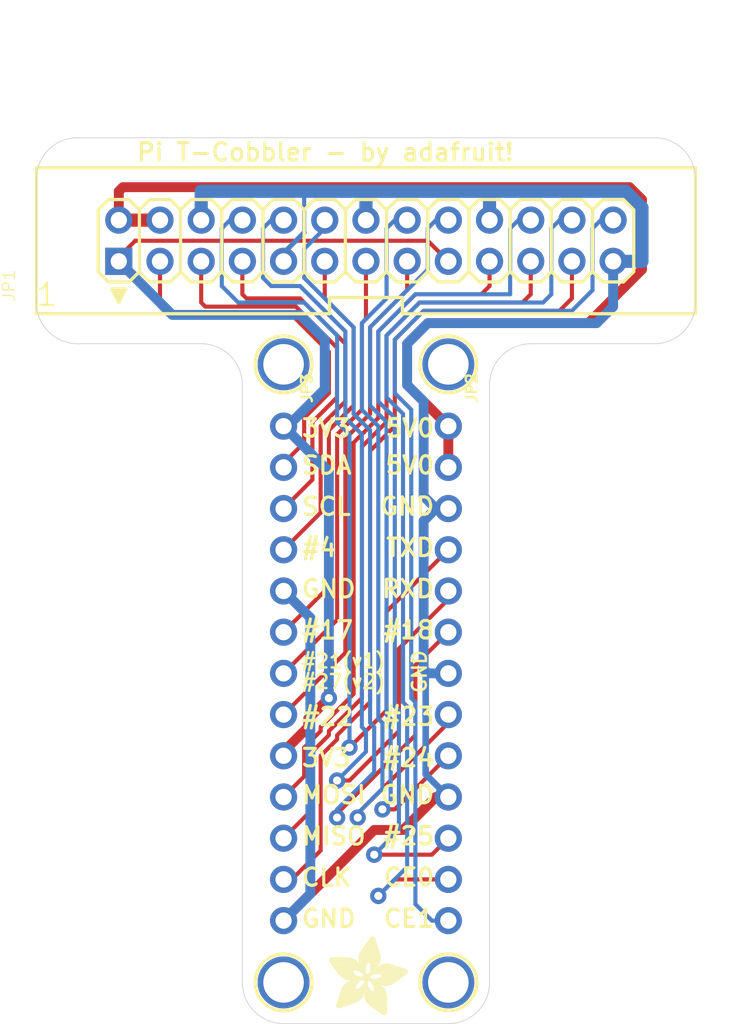
<source format=kicad_pcb>
(kicad_pcb (version 20211014) (generator pcbnew)
  (layers (0 "F.Cu" signal) (31 "B.Cu" signal) (34 "B.Paste" user) (35 "F.Paste" user) (36 "B.SilkS" user "B.Silkscreen") (37 "F.SilkS" user "F.Silkscreen") (38 "B.Mask" user) (39 "F.Mask" user) (44 "Edge.Cuts" user))
  (net 0 "")
  (net 1 "3.3V")
  (net 2 "N$1")
  (net 3 "N$2")
  (net 4 "N$3")
  (net 5 "N$5")
  (net 6 "N$6")
  (net 7 "N$7")
  (net 8 "N$9")
  (net 9 "N$10")
  (net 10 "N$11")
  (net 11 "5.0V")
  (net 12 "GND")
  (net 13 "N$15")
  (net 14 "N$16")
  (net 15 "N$17")
  (net 16 "N$19")
  (net 17 "N$20")
  (net 18 "N$22")
  (net 19 "N$23")
  (net 20 "N$24")
  (footprint "boardEagle:MOUNTINGHOLE_2.5_PLATED" (layer "F.Cu") (at 143.4211 91.6686)
    (fp_text reference "U$2" hide)
    (fp_text value "MOUNTINGHOLE2.5" hide)
    (pad "P$1" thru_hole circle (at 0 0) (size 3.2 3.2) (drill 2.5) (layers *.Cu *.Mask))
  )
  (footprint "boardEagle:MOUNTINGHOLE_2.5_PLATED" (layer "F.Cu") (at 153.5811 91.6686)
    (fp_text reference "U$3" hide)
    (fp_text value "MOUNTINGHOLE2.5" hide)
    (pad "P$1" thru_hole circle (at 0 0) (size 3.2 3.2) (drill 2.5) (layers *.Cu *.Mask))
  )
  (footprint "boardEagle:MOUNTINGHOLE_2.5_PLATED" (layer "F.Cu") (at 153.5811 129.7686)
    (fp_text reference "U$4" hide)
    (fp_text value "MOUNTINGHOLE2.5" hide)
    (pad "P$1" thru_hole circle (at 0 0) (size 3.2 3.2) (drill 2.5) (layers *.Cu *.Mask))
  )
  (footprint "boardEagle:RASBERRYPI_IDC" (layer "F.Cu") (at 148.5011 84.0486 90)
    (fp_text reference "JP1" (at -3.81 -21.59 90) (layer "F.SilkS") (effects (font (size 0.73152 0.73152) (thickness 0.08128)) (justify left bottom)))
    (fp_text value "PI")
    (fp_text user "1" (at -2.54 -18.923 180) (layer "F.SilkS") (effects (font (size 1.3716 1.3716) (thickness 0.1524)) (justify right top)))
    (pad "1" thru_hole rect (at -1.27 -15.24) (size 1.6764 1.6764) (drill 1) (layers *.Cu *.Mask) (net 1 "3.3V"))
    (pad "2" thru_hole circle (at 1.27 -15.24) (size 1.6764 1.6764) (drill 1) (layers *.Cu *.Mask) (net 11 "5.0V"))
    (pad "3" thru_hole circle (at -1.27 -12.7) (size 1.6764 1.6764) (drill 1) (layers *.Cu *.Mask) (net 2 "N$1"))
    (pad "4" thru_hole circle (at 1.27 -12.7) (size 1.6764 1.6764) (drill 1) (layers *.Cu *.Mask) (net 11 "5.0V"))
    (pad "5" thru_hole circle (at -1.27 -10.16) (size 1.6764 1.6764) (drill 1) (layers *.Cu *.Mask) (net 3 "N$2"))
    (pad "6" thru_hole circle (at 1.27 -10.16) (size 1.6764 1.6764) (drill 1) (layers *.Cu *.Mask) (net 12 "GND"))
    (pad "7" thru_hole circle (at -1.27 -7.62) (size 1.6764 1.6764) (drill 1) (layers *.Cu *.Mask) (net 4 "N$3"))
    (pad "8" thru_hole circle (at 1.27 -7.62) (size 1.6764 1.6764) (drill 1) (layers *.Cu *.Mask) (net 13 "N$15"))
    (pad "9" thru_hole circle (at -1.27 -5.08) (size 1.6764 1.6764) (drill 1) (layers *.Cu *.Mask) (net 12 "GND"))
    (pad "10" thru_hole circle (at 1.27 -5.08) (size 1.6764 1.6764) (drill 1) (layers *.Cu *.Mask) (net 14 "N$16"))
    (pad "11" thru_hole circle (at -1.27 -2.54) (size 1.6764 1.6764) (drill 1) (layers *.Cu *.Mask) (net 5 "N$5"))
    (pad "12" thru_hole circle (at 1.27 -2.54) (size 1.6764 1.6764) (drill 1) (layers *.Cu *.Mask) (net 15 "N$17"))
    (pad "13" thru_hole circle (at -1.27 0) (size 1.6764 1.6764) (drill 1) (layers *.Cu *.Mask) (net 6 "N$6"))
    (pad "14" thru_hole circle (at 1.27 0) (size 1.6764 1.6764) (drill 1) (layers *.Cu *.Mask) (net 12 "GND"))
    (pad "15" thru_hole circle (at -1.27 2.54) (size 1.6764 1.6764) (drill 1) (layers *.Cu *.Mask) (net 7 "N$7"))
    (pad "16" thru_hole circle (at 1.27 2.54) (size 1.6764 1.6764) (drill 1) (layers *.Cu *.Mask) (net 16 "N$19"))
    (pad "17" thru_hole circle (at -1.27 5.08) (size 1.6764 1.6764) (drill 1) (layers *.Cu *.Mask) (net 1 "3.3V"))
    (pad "18" thru_hole circle (at 1.27 5.08) (size 1.6764 1.6764) (drill 1) (layers *.Cu *.Mask) (net 17 "N$20"))
    (pad "19" thru_hole circle (at -1.27 7.62) (size 1.6764 1.6764) (drill 1) (layers *.Cu *.Mask) (net 8 "N$9"))
    (pad "20" thru_hole circle (at 1.27 7.62) (size 1.6764 1.6764) (drill 1) (layers *.Cu *.Mask) (net 12 "GND"))
    (pad "21" thru_hole circle (at -1.27 10.16) (size 1.6764 1.6764) (drill 1) (layers *.Cu *.Mask) (net 9 "N$10"))
    (pad "22" thru_hole circle (at 1.27 10.16) (size 1.6764 1.6764) (drill 1) (layers *.Cu *.Mask) (net 18 "N$22"))
    (pad "23" thru_hole circle (at -1.27 12.7) (size 1.6764 1.6764) (drill 1) (layers *.Cu *.Mask) (net 10 "N$11"))
    (pad "24" thru_hole circle (at 1.27 12.7) (size 1.6764 1.6764) (drill 1) (layers *.Cu *.Mask) (net 19 "N$23"))
    (pad "25" thru_hole circle (at -1.27 15.24) (size 1.6764 1.6764) (drill 1) (layers *.Cu *.Mask) (net 12 "GND"))
    (pad "26" thru_hole circle (at 1.27 15.24) (size 1.6764 1.6764) (drill 1) (layers *.Cu *.Mask) (net 20 "N$24"))
  )
  (footprint "boardEagle:MOUNTINGHOLE_2.5_PLATED" (layer "F.Cu") (at 143.4211 129.7686)
    (fp_text reference "U$5" hide)
    (fp_text value "MOUNTINGHOLE2.5" hide)
    (pad "P$1" thru_hole circle (at 0 0) (size 3.2 3.2) (drill 2.5) (layers *.Cu *.Mask))
  )
  (footprint "boardEagle:ADAFRUIT_5MM" (layer "F.Cu") (at 146.2151 131.8006)
    (fp_text reference "U$7" hide)
    (fp_text value "" hide)
  )
  (footprint "boardEagle:1X13_ROUND_70" (layer "F.Cu") (at 153.5811 110.7186 -90)
    (fp_text reference "JP2" (at -16.5862 -1.8288 -90) (layer "F.SilkS") (effects (font (size 0.666496 0.666496) (thickness 0.146304)) (justify left bottom)))
    (fp_text value "Right")
    (pad "1" thru_hole circle (at -15.24 0) (size 1.6764 1.6764) (drill 1) (layers *.Cu *.Mask) (net 11 "5.0V"))
    (pad "2" thru_hole circle (at -12.7 0) (size 1.6764 1.6764) (drill 1) (layers *.Cu *.Mask) (net 11 "5.0V"))
    (pad "3" thru_hole circle (at -10.16 0) (size 1.6764 1.6764) (drill 1) (layers *.Cu *.Mask) (net 12 "GND"))
    (pad "4" thru_hole circle (at -7.62 0) (size 1.6764 1.6764) (drill 1) (layers *.Cu *.Mask) (net 13 "N$15"))
    (pad "5" thru_hole circle (at -5.08 0) (size 1.6764 1.6764) (drill 1) (layers *.Cu *.Mask) (net 14 "N$16"))
    (pad "6" thru_hole circle (at -2.54 0) (size 1.6764 1.6764) (drill 1) (layers *.Cu *.Mask) (net 15 "N$17"))
    (pad "7" thru_hole circle (at 0 0) (size 1.6764 1.6764) (drill 1) (layers *.Cu *.Mask) (net 12 "GND"))
    (pad "8" thru_hole circle (at 2.54 0) (size 1.6764 1.6764) (drill 1) (layers *.Cu *.Mask) (net 16 "N$19"))
    (pad "9" thru_hole circle (at 5.08 0) (size 1.6764 1.6764) (drill 1) (layers *.Cu *.Mask) (net 17 "N$20"))
    (pad "10" thru_hole circle (at 7.62 0) (size 1.6764 1.6764) (drill 1) (layers *.Cu *.Mask) (net 12 "GND"))
    (pad "11" thru_hole circle (at 10.16 0) (size 1.6764 1.6764) (drill 1) (layers *.Cu *.Mask) (net 18 "N$22"))
    (pad "12" thru_hole circle (at 12.7 0) (size 1.6764 1.6764) (drill 1) (layers *.Cu *.Mask) (net 19 "N$23"))
    (pad "13" thru_hole circle (at 15.24 0) (size 1.6764 1.6764) (drill 1) (layers *.Cu *.Mask) (net 20 "N$24"))
  )
  (footprint "boardEagle:1X13_ROUND_70" (layer "F.Cu") (at 143.4211 110.7186 -90)
    (fp_text reference "JP3" (at -16.5862 -1.8288 -90) (layer "F.SilkS") (effects (font (size 0.666496 0.666496) (thickness 0.146304)) (justify left bottom)))
    (fp_text value "Left")
    (pad "1" thru_hole circle (at -15.24 0) (size 1.6764 1.6764) (drill 1) (layers *.Cu *.Mask) (net 1 "3.3V"))
    (pad "2" thru_hole circle (at -12.7 0) (size 1.6764 1.6764) (drill 1) (layers *.Cu *.Mask) (net 2 "N$1"))
    (pad "3" thru_hole circle (at -10.16 0) (size 1.6764 1.6764) (drill 1) (layers *.Cu *.Mask) (net 3 "N$2"))
    (pad "4" thru_hole circle (at -7.62 0) (size 1.6764 1.6764) (drill 1) (layers *.Cu *.Mask) (net 4 "N$3"))
    (pad "5" thru_hole circle (at -5.08 0) (size 1.6764 1.6764) (drill 1) (layers *.Cu *.Mask) (net 12 "GND"))
    (pad "6" thru_hole circle (at -2.54 0) (size 1.6764 1.6764) (drill 1) (layers *.Cu *.Mask) (net 5 "N$5"))
    (pad "7" thru_hole circle (at 0 0) (size 1.6764 1.6764) (drill 1) (layers *.Cu *.Mask) (net 6 "N$6"))
    (pad "8" thru_hole circle (at 2.54 0) (size 1.6764 1.6764) (drill 1) (layers *.Cu *.Mask) (net 7 "N$7"))
    (pad "9" thru_hole circle (at 5.08 0) (size 1.6764 1.6764) (drill 1) (layers *.Cu *.Mask) (net 1 "3.3V"))
    (pad "10" thru_hole circle (at 7.62 0) (size 1.6764 1.6764) (drill 1) (layers *.Cu *.Mask) (net 8 "N$9"))
    (pad "11" thru_hole circle (at 10.16 0) (size 1.6764 1.6764) (drill 1) (layers *.Cu *.Mask) (net 9 "N$10"))
    (pad "12" thru_hole circle (at 12.7 0) (size 1.6764 1.6764) (drill 1) (layers *.Cu *.Mask) (net 10 "N$11"))
    (pad "13" thru_hole circle (at 15.24 0) (size 1.6764 1.6764) (drill 1) (layers *.Cu *.Mask) (net 12 "GND"))
  )
  (gr_arc (start 156.1211 129.7686) (mid 155.377151 131.564651) (end 153.5811 132.3086) (layer "Edge.Cuts") (width 0.05))
  (gr_line (start 168.8211 80.2386) (end 168.8211 87.8586) (layer "Edge.Cuts") (width 0.05))
  (gr_line (start 156.1211 92.9386) (end 156.1211 129.7686) (layer "Edge.Cuts") (width 0.05))
  (gr_line (start 153.5811 132.3086) (end 143.4211 132.3086) (layer "Edge.Cuts") (width 0.05))
  (gr_arc (start 156.1211 92.9386) (mid 156.865049 91.142549) (end 158.6611 90.3986) (layer "Edge.Cuts") (width 0.05))
  (gr_line (start 128.1811 87.8586) (end 128.1811 80.2386) (layer "Edge.Cuts") (width 0.05))
  (gr_arc (start 138.3411 90.3986) (mid 140.137151 91.142549) (end 140.8811 92.9386) (layer "Edge.Cuts") (width 0.05))
  (gr_arc (start 168.8211 87.8586) (mid 168.077151 89.654651) (end 166.2811 90.3986) (layer "Edge.Cuts") (width 0.05))
  (gr_line (start 166.2811 90.3986) (end 158.6611 90.3986) (layer "Edge.Cuts") (width 0.05))
  (gr_line (start 138.3411 90.3986) (end 130.7211 90.3986) (layer "Edge.Cuts") (width 0.05))
  (gr_line (start 140.8811 129.7686) (end 140.8811 92.9386) (layer "Edge.Cuts") (width 0.05))
  (gr_arc (start 128.1811 80.2386) (mid 128.925049 78.442549) (end 130.7211 77.6986) (layer "Edge.Cuts") (width 0.05))
  (gr_arc (start 130.7211 90.3986) (mid 128.925049 89.654651) (end 128.1811 87.8586) (layer "Edge.Cuts") (width 0.05))
  (gr_line (start 130.7211 77.6986) (end 166.2811 77.6986) (layer "Edge.Cuts") (width 0.05))
  (gr_arc (start 143.4211 132.3086) (mid 141.625049 131.564651) (end 140.8811 129.7686) (layer "Edge.Cuts") (width 0.05))
  (gr_arc (start 166.2811 77.6986) (mid 168.077151 78.442549) (end 168.8211 80.2386) (layer "Edge.Cuts") (width 0.05))
  (gr_text "#17" (at 144.4371 108.6866) (layer "F.SilkS") (effects (font (size 1.0795 1.0795) (thickness 0.1905)) (justify left bottom)))
  (gr_text "GND" (at 144.4371 106.1466) (layer "F.SilkS") (effects (font (size 1.0795 1.0795) (thickness 0.1905)) (justify left bottom)))
  (gr_text "#24" (at 152.8191 115.2906) (layer "F.SilkS") (effects (font (size 1.0795 1.0795) (thickness 0.1905)) (justify right top)))
  (gr_text "TXD" (at 152.8191 102.3366) (layer "F.SilkS") (effects (font (size 1.0795 1.0795) (thickness 0.1905)) (justify right top)))
  (gr_text "MISO" (at 144.4371 121.3866) (layer "F.SilkS") (effects (font (size 1.0795 1.0795) (thickness 0.1905)) (justify left bottom)))
  (gr_text "3V3" (at 144.4371 116.5606) (layer "F.SilkS") (effects (font (size 1.0795 1.0795) (thickness 0.1905)) (justify left bottom)))
  (gr_text "GND" (at 144.4371 126.4666) (layer "F.SilkS") (effects (font (size 1.0795 1.0795) (thickness 0.1905)) (justify left bottom)))
  (gr_text "#4" (at 144.4371 103.6066) (layer "F.SilkS") (effects (font (size 1.0795 1.0795) (thickness 0.1905)) (justify left bottom)))
  (gr_text "#21(v1)" (at 144.4371 110.4646) (layer "F.SilkS") (effects (font (size 0.8636 0.8636) (thickness 0.1524)) (justify left bottom)))
  (gr_text "GND" (at 152.8191 117.5766) (layer "F.SilkS") (effects (font (size 1.0795 1.0795) (thickness 0.1905)) (justify right top)))
  (gr_text "CLK" (at 144.4371 123.9266) (layer "F.SilkS") (effects (font (size 1.0795 1.0795) (thickness 0.1905)) (justify left bottom)))
  (gr_text "Pi T-Cobbler - by adafruit!" (at 134.2771 79.2226) (layer "F.SilkS") (effects (font (size 1.0795 1.0795) (thickness 0.1905)) (justify left bottom)))
  (gr_text "RXD" (at 152.8191 104.8766) (layer "F.SilkS") (effects (font (size 1.0795 1.0795) (thickness 0.1905)) (justify right top)))
  (gr_text "MOSI" (at 144.4371 118.8466) (layer "F.SilkS") (effects (font (size 1.0795 1.0795) (thickness 0.1905)) (justify left bottom)))
  (gr_text "#23" (at 152.8191 112.7506) (layer "F.SilkS") (effects (font (size 1.0795 1.0795) (thickness 0.1905)) (justify right top)))
  (gr_text "GND" (at 151.2951 109.1946 90) (layer "F.SilkS") (effects (font (size 0.8636 0.8636) (thickness 0.1524)) (justify right top)))
  (gr_text "5V0" (at 152.8191 97.2566) (layer "F.SilkS") (effects (font (size 1.0795 1.0795) (thickness 0.1905)) (justify right top)))
  (gr_text "#27(v2)" (at 144.4371 111.7346) (layer "F.SilkS") (effects (font (size 0.8636 0.8636) (thickness 0.1524)) (justify left bottom)))
  (gr_text "GND" (at 152.8191 99.7966) (layer "F.SilkS") (effects (font (size 1.0795 1.0795) (thickness 0.1905)) (justify right top)))
  (gr_text "SCL" (at 144.4371 101.0666) (layer "F.SilkS") (effects (font (size 1.0795 1.0795) (thickness 0.1905)) (justify left bottom)))
  (gr_text "5V0" (at 152.8191 94.9706) (layer "F.SilkS") (effects (font (size 1.0795 1.0795) (thickness 0.1905)) (justify right top)))
  (gr_text "#18" (at 152.8191 107.4166) (layer "F.SilkS") (effects (font (size 1.0795 1.0795) (thickness 0.1905)) (justify right top)))
  (gr_text "#25" (at 152.8191 120.1166) (layer "F.SilkS") (effects (font (size 1.0795 1.0795) (thickness 0.1905)) (justify right top)))
  (gr_text "SDA" (at 144.4371 98.5266) (layer "F.SilkS") (effects (font (size 1.0795 1.0795) (thickness 0.1905)) (justify left bottom)))
  (gr_text "#22" (at 144.4371 114.0206) (layer "F.SilkS") (effects (font (size 1.0795 1.0795) (thickness 0.1905)) (justify left bottom)))
  (gr_text "CE0" (at 152.8191 122.6566) (layer "F.SilkS") (effects (font (size 1.0795 1.0795) (thickness 0.1905)) (justify right top)))
  (gr_text "CE1" (at 152.8191 125.1966) (layer "F.SilkS") (effects (font (size 1.0795 1.0795) (thickness 0.1905)) (justify right top)))
  (gr_text "3V3" (at 144.4371 96.2406) (layer "F.SilkS") (effects (font (size 1.0795 1.0795) (thickness 0.1905)) (justify left bottom)))
  (segment (start 152.3111 84.0486) (end 134.2771 84.0486) (width 0.254) (layer "F.Cu") (net 1))
  (segment (start 133.2611 85.0646) (end 133.2611 85.3186) (width 0.254) (layer "F.Cu") (net 1))
  (segment (start 143.4211 115.5446) (end 143.4211 115.7986) (width 0.6096) (layer "F.Cu") (net 1))
  (segment (start 153.5811 85.3186) (end 152.3111 84.0486) (width 0.254) (layer "F.Cu") (net 1))
  (segment (start 134.2771 84.0486) (end 133.2611 85.0646) (width 0.254) (layer "F.Cu") (net 1))
  (segment (start 146.2151 112.2426) (end 144.9451 113.5126) (width 0.6096) (layer "F.Cu") (net 1))
  (segment (start 144.9451 113.5126) (end 144.9451 114.0206) (width 0.6096) (layer "F.Cu") (net 1))
  (segment (start 144.9451 114.0206) (end 143.4211 115.5446) (width 0.6096) (layer "F.Cu") (net 1))
  (via (at 146.2151 112.2426) (size 1.008) (drill 0.5) (layers "F.Cu" "B.Cu") (net 1))
  (segment (start 145.9611 90.1446) (end 145.9611 93.1926) (width 0.6096) (layer "B.Cu") (net 1))
  (segment (start 136.5631 88.6206) (end 144.4371 88.6206) (width 0.6096) (layer "B.Cu") (net 1))
  (segment (start 143.6751 95.4786) (end 143.4211 95.4786) (width 0.6096) (layer "B.Cu") (net 1))
  (segment (start 146.2151 98.2726) (end 146.2151 112.2426) (width 0.6096) (layer "B.Cu") (net 1))
  (segment (start 143.4211 95.4786) (end 146.2151 98.2726) (width 0.6096) (layer "B.Cu") (net 1))
  (segment (start 145.9611 93.1926) (end 143.6751 95.4786) (width 0.6096) (layer "B.Cu") (net 1))
  (segment (start 144.4371 88.6206) (end 145.9611 90.1446) (width 0.6096) (layer "B.Cu") (net 1))
  (segment (start 133.2611 85.3186) (end 136.5631 88.6206) (width 0.6096) (layer "B.Cu") (net 1))
  (segment (start 136.3091 88.6206) (end 143.9291 88.6206) (width 0.254) (layer "F.Cu") (net 2))
  (segment (start 135.8011 85.3186) (end 135.8011 88.1126) (width 0.254) (layer "F.Cu") (net 2))
  (segment (start 144.6911 94.9706) (end 146.2151 93.4466) (width 0.254) (layer "F.Cu") (net 2))
  (segment (start 146.2151 93.4466) (end 146.2151 90.9066) (width 0.254) (layer "F.Cu") (net 2))
  (segment (start 146.2151 90.9066) (end 143.9291 88.6206) (width 0.254) (layer "F.Cu") (net 2))
  (segment (start 143.4211 98.0186) (end 143.4211 97.7646) (width 0.254) (layer "F.Cu") (net 2))
  (segment (start 144.6911 96.4946) (end 144.6911 94.9706) (width 0.254) (layer "F.Cu") (net 2))
  (segment (start 135.8011 88.1126) (end 136.3091 88.6206) (width 0.254) (layer "F.Cu") (net 2))
  (segment (start 143.4211 97.7646) (end 144.6911 96.4946) (width 0.254) (layer "F.Cu") (net 2))
  (segment (start 138.3411 85.3186) (end 138.3411 87.8586) (width 0.254) (layer "F.Cu") (net 3))
  (segment (start 145.1991 95.2246) (end 146.7231 93.7006) (width 0.254) (layer "F.Cu") (net 3))
  (segment (start 146.7231 93.7006) (end 146.7231 90.6526) (width 0.254) (layer "F.Cu") (net 3))
  (segment (start 145.1991 98.7806) (end 145.1991 95.2246) (width 0.254) (layer "F.Cu") (net 3))
  (segment (start 138.3411 87.8586) (end 138.5951 88.1126) (width 0.254) (layer "F.Cu") (net 3))
  (segment (start 144.1831 88.1126) (end 146.7231 90.6526) (width 0.254) (layer "F.Cu") (net 3))
  (segment (start 138.5951 88.1126) (end 144.1831 88.1126) (width 0.254) (layer "F.Cu") (net 3))
  (segment (start 143.4211 100.5586) (end 145.1991 98.7806) (width 0.254) (layer "F.Cu") (net 3))
  (segment (start 140.8811 85.3186) (end 140.8811 87.3506) (width 0.254) (layer "F.Cu") (net 4))
  (segment (start 147.2311 93.9546) (end 147.2311 90.3986) (width 0.254) (layer "F.Cu") (net 4))
  (segment (start 140.8811 87.3506) (end 141.1351 87.6046) (width 0.254) (layer "F.Cu") (net 4))
  (segment (start 145.7071 100.8126) (end 145.7071 95.4786) (width 0.254) (layer "F.Cu") (net 4))
  (segment (start 145.7071 95.4786) (end 147.2311 93.9546) (width 0.254) (layer "F.Cu") (net 4))
  (segment (start 141.1351 87.6046) (end 144.4371 87.6046) (width 0.254) (layer "F.Cu") (net 4))
  (segment (start 143.4211 103.0986) (end 145.7071 100.8126) (width 0.254) (layer "F.Cu") (net 4))
  (segment (start 144.4371 87.6046) (end 147.2311 90.3986) (width 0.254) (layer "F.Cu") (net 4))
  (segment (start 147.7391 89.3826) (end 145.9611 87.6046) (width 0.254) (layer "F.Cu") (net 5))
  (segment (start 146.2151 95.7326) (end 147.7391 94.2086) (width 0.254) (layer "F.Cu") (net 5))
  (segment (start 146.2151 105.3846) (end 146.2151 95.7326) (width 0.254) (layer "F.Cu") (net 5))
  (segment (start 145.9611 85.3186) (end 145.9611 87.6046) (width 0.254) (layer "F.Cu") (net 5))
  (segment (start 143.4211 108.1786) (end 146.2151 105.3846) (width 0.254) (layer "F.Cu") (net 5))
  (segment (start 147.7391 94.2086) (end 147.7391 89.3826) (width 0.254) (layer "F.Cu") (net 5))
  (segment (start 148.2471 94.4626) (end 146.7231 95.9866) (width 0.254) (layer "F.Cu") (net 6))
  (segment (start 146.7231 107.4166) (end 143.4211 110.7186) (width 0.254) (layer "F.Cu") (net 6))
  (segment (start 148.2471 89.1286) (end 148.2471 94.4626) (width 0.254) (layer "F.Cu") (net 6))
  (segment (start 146.7231 95.9866) (end 146.7231 107.4166) (width 0.254) (layer "F.Cu") (net 6))
  (segment (start 148.5011 85.3186) (end 148.5011 88.8746) (width 0.254) (layer "F.Cu") (net 6))
  (segment (start 148.5011 88.8746) (end 148.2471 89.1286) (width 0.254) (layer "F.Cu") (net 6))
  (segment (start 147.2311 109.4486) (end 147.2311 96.2406) (width 0.254) (layer "F.Cu") (net 7))
  (segment (start 148.7551 89.3826) (end 148.7551 94.7166) (width 0.254) (layer "F.Cu") (net 7))
  (segment (start 143.4211 113.2586) (end 147.2311 109.4486) (width 0.254) (layer "F.Cu") (net 7))
  (segment (start 151.0411 85.3186) (end 151.0411 87.0966) (width 0.254) (layer "F.Cu") (net 7))
  (segment (start 151.0411 87.0966) (end 148.7551 89.3826) (width 0.254) (layer "F.Cu") (net 7))
  (segment (start 148.7551 94.7166) (end 147.2311 96.2406) (width 0.254) (layer "F.Cu") (net 7))
  (segment (start 156.1211 86.8426) (end 155.6131 87.3506) (width 0.254) (layer "F.Cu") (net 8))
  (segment (start 149.2631 89.6366) (end 149.2631 94.9706) (width 0.254) (layer "F.Cu") (net 8))
  (segment (start 151.5491 87.3506) (end 149.2631 89.6366) (width 0.254) (layer "F.Cu") (net 8))
  (segment (start 156.1211 85.3186) (end 156.1211 86.8426) (width 0.254) (layer "F.Cu") (net 8))
  (segment (start 147.7391 96.4946) (end 147.7391 111.9886) (width 0.254) (layer "F.Cu") (net 8))
  (segment (start 149.2631 94.9706) (end 147.7391 96.4946) (width 0.254) (layer "F.Cu") (net 8))
  (segment (start 145.7071 114.2746) (end 144.6911 115.2906) (width 0.254) (layer "F.Cu") (net 8))
  (segment (start 155.6131 87.3506) (end 151.5491 87.3506) (width 0.254) (layer "F.Cu") (net 8))
  (segment (start 144.6911 115.2906) (end 144.6911 117.0686) (width 0.254) (layer "F.Cu") (net 8))
  (segment (start 144.6911 117.0686) (end 143.4211 118.3386) (width 0.254) (layer "F.Cu") (net 8))
  (segment (start 147.7391 111.9886) (end 145.7071 114.0206) (width 0.254) (layer "F.Cu") (net 8))
  (segment (start 145.7071 114.0206) (end 145.7071 114.2746) (width 0.254) (layer "F.Cu") (net 8))
  (segment (start 145.1991 119.1006) (end 145.1991 115.5446) (width 0.254) (layer "F.Cu") (net 9))
  (segment (start 158.6611 87.3506) (end 158.1531 87.8586) (width 0.254) (layer "F.Cu") (net 9))
  (segment (start 145.1991 115.5446) (end 146.2151 114.5286) (width 0.254) (layer "F.Cu") (net 9))
  (segment (start 158.6611 85.3186) (end 158.6611 87.3506) (width 0.254) (layer "F.Cu") (net 9))
  (segment (start 143.4211 120.8786) (end 145.1991 119.1006) (width 0.254) (layer "F.Cu") (net 9))
  (segment (start 149.7711 89.8906) (end 149.7711 95.2246) (width 0.254) (layer "F.Cu") (net 9))
  (segment (start 146.2151 114.5286) (end 146.2151 114.2746) (width 0.254) (layer "F.Cu") (net 9))
  (segment (start 146.2151 114.2746) (end 148.2471 112.2426) (width 0.254) (layer "F.Cu") (net 9))
  (segment (start 148.2471 112.2426) (end 148.2471 96.7486) (width 0.254) (layer "F.Cu") (net 9))
  (segment (start 151.8031 87.8586) (end 149.7711 89.8906) (width 0.254) (layer "F.Cu") (net 9))
  (segment (start 158.1531 87.8586) (end 151.8031 87.8586) (width 0.254) (layer "F.Cu") (net 9))
  (segment (start 149.7711 95.2246) (end 148.2471 96.7486) (width 0.254) (layer "F.Cu") (net 9))
  (segment (start 161.2011 85.3186) (end 161.2011 87.6046) (width 0.254) (layer "F.Cu") (net 10))
  (segment (start 150.2791 95.4786) (end 148.7551 97.0026) (width 0.254) (layer "F.Cu") (net 10))
  (segment (start 145.7071 121.6406) (end 143.9291 123.4186) (width 0.254) (layer "F.Cu") (net 10))
  (segment (start 143.9291 123.4186) (end 143.4211 123.4186) (width 0.254) (layer "F.Cu") (net 10))
  (segment (start 161.2011 87.6046) (end 160.4391 88.3666) (width 0.254) (layer "F.Cu") (net 10))
  (segment (start 146.7231 114.7826) (end 145.7071 115.7986) (width 0.254) (layer "F.Cu") (net 10))
  (segment (start 152.0571 88.3666) (end 150.2791 90.1446) (width 0.254) (layer "F.Cu") (net 10))
  (segment (start 148.7551 112.4966) (end 146.7231 114.5286) (width 0.254) (layer "F.Cu") (net 10))
  (segment (start 146.7231 114.5286) (end 146.7231 114.7826) (width 0.254) (layer "F.Cu") (net 10))
  (segment (start 148.7551 97.0026) (end 148.7551 112.4966) (width 0.254) (layer "F.Cu") (net 10))
  (segment (start 145.7071 115.7986) (end 145.7071 121.6406) (width 0.254) (layer "F.Cu") (net 10))
  (segment (start 150.2791 90.1446) (end 150.2791 95.4786) (width 0.254) (layer "F.Cu") (net 10))
  (segment (start 160.4391 88.3666) (end 152.0571 88.3666) (width 0.254) (layer "F.Cu") (net 10))
  (segment (start 165.5191 81.5086) (end 165.5191 85.8266) (width 0.6096) (layer "F.Cu") (net 11))
  (segment (start 133.2611 82.7786) (end 135.8011 82.7786) (width 0.8128) (layer "F.Cu") (net 11))
  (segment (start 133.2611 82.7786) (end 133.2611 81.0006) (width 0.6096) (layer "F.Cu") (net 11))
  (segment (start 133.5151 80.7466) (end 164.7571 80.7466) (width 0.6096) (layer "F.Cu") (net 11))
  (segment (start 133.2611 81.0006) (end 133.5151 80.7466) (width 0.6096) (layer "F.Cu") (net 11))
  (segment (start 152.3111 89.1286) (end 151.0411 90.3986) (width 0.6096) (layer "F.Cu") (net 11))
  (segment (start 153.5811 95.4786) (end 153.5811 98.0186) (width 0.6096) (layer "F.Cu") (net 11))
  (segment (start 165.5191 85.8266) (end 162.2171 89.1286) (width 0.6096) (layer "F.Cu") (net 11))
  (segment (start 151.0411 92.9386) (end 153.5811 95.4786) (width 0.6096) (layer "F.Cu") (net 11))
  (segment (start 164.7571 80.7466) (end 165.5191 81.5086) (width 0.6096) (layer "F.Cu") (net 11))
  (segment (start 162.2171 89.1286) (end 152.3111 89.1286) (width 0.6096) (layer "F.Cu") (net 11))
  (segment (start 151.0411 90.3986) (end 151.0411 92.9386) (width 0.6096) (layer "F.Cu") (net 11))
  (segment (start 149.0091 120.3706) (end 150.7871 120.3706) (width 0.6096) (layer "F.Cu") (net 12))
  (segment (start 143.4211 125.9586) (end 149.0091 120.3706) (width 0.6096) (layer "F.Cu") (net 12))
  (segment (start 150.7871 120.3706) (end 152.8191 118.3386) (width 0.6096) (layer "F.Cu") (net 12))
  (segment (start 152.8191 118.3386) (end 153.5811 118.3386) (width 0.6096) (layer "F.Cu") (net 12))
  (segment (start 156.1211 82.7786) (end 156.1211 81.0006) (width 0.8128) (layer "B.Cu") (net 12))
  (segment (start 152.0571 101.3206) (end 152.8191 100.5586) (width 0.6096) (layer "B.Cu") (net 12))
  (segment (start 145.0721 107.2896) (end 145.0721 124.3076) (width 0.6096) (layer "B.Cu") (net 12))
  (segment (start 152.3111 110.7186) (end 152.1841 110.5916) (width 0.6096) (layer "B.Cu") (net 12))
  (segment (start 152.0571 93.9546) (end 151.0411 92.9386) (width 0.6096) (layer "B.Cu") (net 12))
  (segment (start 143.4211 85.3186) (end 143.4211 84.8106) (width 0.3048) (layer "B.Cu") (net 12))
  (segment (start 152.1841 110.5916) (end 152.1841 116.9416) (width 0.4064) (layer "B.Cu") (net 12))
  (segment (start 152.1841 116.9416) (end 153.5811 118.3386) (width 0.4064) (layer "B.Cu") (net 12))
  (segment (start 151.0411 90.3986) (end 152.3111 89.1286) (width 0.6096) (layer "B.Cu") (net 12))
  (segment (start 152.1841 110.5916) (end 152.0571 110.4646) (width 0.6096) (layer "B.Cu") (net 12))
  (segment (start 164.5031 81.0006) (end 156.1211 81.0006) (width 0.8128) (layer "B.Cu") (net 12))
  (segment (start 151.0411 92.9386) (end 151.0411 90.3986) (width 0.6096) (layer "B.Cu") (net 12))
  (segment (start 165.5191 85.3186) (end 165.5191 82.0166) (width 0.8128) (layer "B.Cu") (net 12))
  (segment (start 138.3411 81.0006) (end 144.6911 81.0006) (width 0.8128) (layer "B.Cu") (net 12))
  (segment (start 156.1211 81.0006) (end 148.5011 81.0006) (width 0.8128) (layer "B.Cu") (net 12))
  (segment (start 144.6911 81.0006) (end 148.5011 81.0006) (width 0.8128) (layer "B.Cu") (net 12))
  (segment (start 153.5811 110.7186) (end 152.3111 110.7186) (width 0.6096) (layer "B.Cu") (net 12))
  (segment (start 152.8191 100.5586) (end 153.5811 100.5586) (width 0.6096) (layer "B.Cu") (net 12))
  (segment (start 143.4211 84.8106) (end 144.6911 83.5406) (width 0.3048) (layer "B.Cu") (net 12))
  (segment (start 152.3111 89.1286) (end 162.7251 89.1286) (width 0.6096) (layer "B.Cu") (net 12))
  (segment (start 152.0571 110.4646) (end 152.0571 101.3206) (width 0.6096) (layer "B.Cu") (net 12))
  (segment (start 152.0571 99.7966) (end 152.0571 93.9546) (width 0.6096) (layer "B.Cu") (net 12))
  (segment (start 163.7411 88.1126) (end 163.7411 85.3186) (width 0.6096) (layer "B.Cu") (net 12))
  (segment (start 145.0721 124.3076) (end 143.4211 125.9586) (width 0.6096) (layer "B.Cu") (net 12))
  (segment (start 144.6911 83.5406) (end 144.6911 81.0006) (width 0.254) (layer "B.Cu") (net 12))
  (segment (start 148.5011 81.0006) (end 148.5011 82.7786) (width 0.8128) (layer "B.Cu") (net 12))
  (segment (start 152.8191 100.5586) (end 152.0571 99.7966) (width 0.6096) (layer "B.Cu") (net 12))
  (segment (start 163.7411 85.3186) (end 165.5191 85.3186) (width 0.8128) (layer "B.Cu") (net 12))
  (segment (start 165.5191 82.0166) (end 164.5031 81.0006) (width 0.8128) (layer "B.Cu") (net 12))
  (segment (start 162.7251 89.1286) (end 163.7411 88.1126) (width 0.6096) (layer "B.Cu") (net 12))
  (segment (start 138.3411 82.7786) (end 138.3411 81.0006) (width 0.8128) (layer "B.Cu") (net 12))
  (segment (start 143.4211 105.6386) (end 145.0721 107.2896) (width 0.6096) (layer "B.Cu") (net 12))
  (segment (start 149.7711 106.9086) (end 153.5811 103.0986) (width 0.254) (layer "F.Cu") (net 13))
  (segment (start 149.7711 113.0046) (end 149.7711 106.9086) (width 0.254) (layer "F.Cu") (net 13))
  (segment (start 147.4851 115.2906) (end 149.7711 113.0046) (width 0.254) (layer "F.Cu") (net 13))
  (via (at 147.4851 115.2906) (size 1.008) (drill 0.5) (layers "F.Cu" "B.Cu") (net 13))
  (segment (start 144.6911 87.8586) (end 146.7231 89.8906) (width 0.254) (layer "B.Cu") (net 13))
  (segment (start 147.4851 95.9866) (end 147.4851 115.2906) (width 0.254) (layer "B.Cu") (net 13))
  (segment (start 146.7231 95.2246) (end 147.4851 95.9866) (width 0.254) (layer "B.Cu") (net 13))
  (segment (start 140.1191 82.7786) (end 139.6111 83.2866) (width 0.254) (layer "B.Cu") (net 13))
  (segment (start 140.6271 87.8586) (end 144.6911 87.8586) (width 0.254) (layer "B.Cu") (net 13))
  (segment (start 139.6111 86.8426) (end 140.6271 87.8586) (width 0.254) (layer "B.Cu") (net 13))
  (segment (start 146.7231 89.8906) (end 146.7231 95.2246) (width 0.254) (layer "B.Cu") (net 13))
  (segment (start 140.8811 82.7786) (end 140.1191 82.7786) (width 0.254) (layer "B.Cu") (net 13))
  (segment (start 139.6111 83.2866) (end 139.6111 86.8426) (width 0.254) (layer "B.Cu") (net 13))
  (segment (start 146.7231 117.3226) (end 147.4851 117.3226) (width 0.254) (layer "F.Cu") (net 14))
  (segment (start 150.5331 114.2746) (end 150.5331 109.1946) (width 0.254) (layer "F.Cu") (net 14))
  (segment (start 147.4851 117.3226) (end 150.5331 114.2746) (width 0.254) (layer "F.Cu") (net 14))
  (segment (start 153.5811 106.1466) (end 153.5811 105.6386) (width 0.254) (layer "F.Cu") (net 14))
  (segment (start 150.5331 109.1946) (end 153.5811 106.1466) (width 0.254) (layer "F.Cu") (net 14))
  (via (at 146.7231 117.3226) (size 1.008) (drill 0.5) (layers "F.Cu" "B.Cu") (net 14))
  (segment (start 147.2311 94.9706) (end 148.2471 95.9866) (width 0.254) (layer "B.Cu") (net 14))
  (segment (start 143.4211 82.7786) (end 142.6591 82.7786) (width 0.254) (layer "B.Cu") (net 14))
  (segment (start 144.4371 86.8426) (end 147.2311 89.6366) (width 0.254) (layer "B.Cu") (net 14))
  (segment (start 142.6591 86.8426) (end 144.4371 86.8426) (width 0.254) (layer "B.Cu") (net 14))
  (segment (start 148.2471 114.0206) (end 148.5011 114.2746) (width 0.254) (layer "B.Cu") (net 14))
  (segment (start 147.2311 89.6366) (end 147.2311 94.9706) (width 0.254) (layer "B.Cu") (net 14))
  (segment (start 148.5011 114.2746) (end 148.5011 115.5446) (width 0.254) (layer "B.Cu") (net 14))
  (segment (start 142.1511 83.2866) (end 142.1511 86.3346) (width 0.254) (layer "B.Cu") (net 14))
  (segment (start 148.5011 115.5446) (end 146.7231 117.3226) (width 0.254) (layer "B.Cu") (net 14))
  (segment (start 148.2471 95.9866) (end 148.2471 114.0206) (width 0.254) (layer "B.Cu") (net 14))
  (segment (start 142.6591 82.7786) (end 142.1511 83.2866) (width 0.254) (layer "B.Cu") (net 14))
  (segment (start 142.1511 86.3346) (end 142.6591 86.8426) (width 0.254) (layer "B.Cu") (net 14))
  (segment (start 151.5491 114.5286) (end 151.5491 110.2106) (width 0.254) (layer "F.Cu") (net 15))
  (segment (start 146.7231 119.6086) (end 146.7231 119.3546) (width 0.254) (layer "F.Cu") (net 15))
  (segment (start 151.5491 110.2106) (end 153.5811 108.1786) (width 0.254) (layer "F.Cu") (net 15))
  (segment (start 146.7231 119.3546) (end 151.5491 114.5286) (width 0.254) (layer "F.Cu") (net 15))
  (via (at 146.7231 119.6086) (size 1.008) (drill 0.5) (layers "F.Cu" "B.Cu") (net 15))
  (segment (start 144.6911 86.3346) (end 147.7391 89.3826) (width 0.254) (layer "B.Cu") (net 15))
  (segment (start 144.6911 84.5566) (end 144.6911 86.3346) (width 0.254) (layer "B.Cu") (net 15))
  (segment (start 148.7551 95.7326) (end 148.7551 113.7666) (width 0.254) (layer "B.Cu") (net 15))
  (segment (start 145.9611 82.7786) (end 145.9611 83.2866) (width 0.254) (layer "B.Cu") (net 15))
  (segment (start 149.0091 114.0206) (end 149.0091 116.8146) (width 0.254) (layer "B.Cu") (net 15))
  (segment (start 147.7391 94.7166) (end 148.7551 95.7326) (width 0.254) (layer "B.Cu") (net 15))
  (segment (start 145.9611 83.2866) (end 144.6911 84.5566) (width 0.254) (layer "B.Cu") (net 15))
  (segment (start 149.0091 116.8146) (end 146.7231 119.1006) (width 0.254) (layer "B.Cu") (net 15))
  (segment (start 147.7391 89.3826) (end 147.7391 94.7166) (width 0.254) (layer "B.Cu") (net 15))
  (segment (start 146.7231 119.1006) (end 146.7231 119.6086) (width 0.254) (layer "B.Cu") (net 15))
  (segment (start 148.7551 113.7666) (end 149.0091 114.0206) (width 0.254) (layer "B.Cu") (net 15))
  (segment (start 147.9931 119.6086) (end 147.9931 119.3546) (width 0.254) (layer "F.Cu") (net 16))
  (segment (start 153.5811 113.7666) (end 153.5811 113.2586) (width 0.254) (layer "F.Cu") (net 16))
  (segment (start 147.9931 119.3546) (end 153.5811 113.7666) (width 0.254) (layer "F.Cu") (net 16))
  (via (at 147.9931 119.6086) (size 1.008) (drill 0.5) (layers "F.Cu" "B.Cu") (net 16))
  (segment (start 148.2471 89.1286) (end 148.2471 94.4626) (width 0.254) (layer "B.Cu") (net 16))
  (segment (start 149.7711 87.6046) (end 148.2471 89.1286) (width 0.254) (layer "B.Cu") (net 16))
  (segment (start 149.5171 113.7666) (end 149.5171 117.8306) (width 0.254) (layer "B.Cu") (net 16))
  (segment (start 151.0411 82.7786) (end 150.2791 82.7786) (width 0.254) (layer "B.Cu") (net 16))
  (segment (start 149.2631 95.4786) (end 149.2631 113.5126) (width 0.254) (layer "B.Cu") (net 16))
  (segment (start 149.2631 113.5126) (end 149.5171 113.7666) (width 0.254) (layer "B.Cu") (net 16))
  (segment (start 147.9931 119.3546) (end 147.9931 119.6086) (width 0.254) (layer "B.Cu") (net 16))
  (segment (start 149.5171 117.8306) (end 147.9931 119.3546) (width 0.254) (layer "B.Cu") (net 16))
  (segment (start 148.2471 94.4626) (end 149.2631 95.4786) (width 0.254) (layer "B.Cu") (net 16))
  (segment (start 150.2791 82.7786) (end 149.7711 83.2866) (width 0.254) (layer "B.Cu") (net 16))
  (segment (start 149.7711 83.2866) (end 149.7711 87.6046) (width 0.254) (layer "B.Cu") (net 16))
  (segment (start 150.2791 119.1006) (end 153.5811 115.7986) (width 0.254) (layer "F.Cu") (net 17))
  (segment (start 149.5171 119.1006) (end 150.2791 119.1006) (width 0.254) (layer "F.Cu") (net 17))
  (via (at 149.5171 119.1006) (size 1.008) (drill 0.5) (layers "F.Cu" "B.Cu") (net 17))
  (segment (start 152.3111 83.2866) (end 152.3111 85.8266) (width 0.254) (layer "B.Cu") (net 17))
  (segment (start 148.7551 89.3826) (end 148.7551 94.2086) (width 0.254) (layer "B.Cu") (net 17))
  (segment (start 149.7711 113.2586) (end 150.0251 113.5126) (width 0.254) (layer "B.Cu") (net 17))
  (segment (start 152.8191 82.7786) (end 152.3111 83.2866) (width 0.254) (layer "B.Cu") (net 17))
  (segment (start 153.5811 82.7786) (end 152.8191 82.7786) (width 0.254) (layer "B.Cu") (net 17))
  (segment (start 148.7551 94.2086) (end 149.7711 95.2246) (width 0.254) (layer "B.Cu") (net 17))
  (segment (start 152.3111 85.8266) (end 148.7551 89.3826) (width 0.254) (layer "B.Cu") (net 17))
  (segment (start 150.0251 118.5926) (end 149.5171 119.1006) (width 0.254) (layer "B.Cu") (net 17))
  (segment (start 149.7711 95.2246) (end 149.7711 113.2586) (width 0.254) (layer "B.Cu") (net 17))
  (segment (start 150.0251 113.5126) (end 150.0251 118.5926) (width 0.254) (layer "B.Cu") (net 17))
  (segment (start 149.0091 121.8946) (end 152.5651 121.8946) (width 0.254) (layer "F.Cu") (net 18))
  (segment (start 152.5651 121.8946) (end 153.5811 120.8786) (width 0.254) (layer "F.Cu") (net 18))
  (via (at 149.0091 121.8946) (size 1.008) (drill 0.5) (layers "F.Cu" "B.Cu") (net 18))
  (segment (start 151.5491 87.3506) (end 157.3911 87.3506) (width 0.254) (layer "B.Cu") (net 18))
  (segment (start 150.5331 113.0046) (end 150.5331 120.3706) (width 0.254) (layer "B.Cu") (net 18))
  (segment (start 150.2791 94.9706) (end 150.2791 112.7506) (width 0.254) (layer "B.Cu") (net 18))
  (segment (start 149.2631 89.6366) (end 149.2631 93.9546) (width 0.254) (layer "B.Cu") (net 18))
  (segment (start 150.5331 120.3706) (end 149.0091 121.8946) (width 0.254) (layer "B.Cu") (net 18))
  (segment (start 157.3911 83.2866) (end 157.3911 87.3506) (width 0.254) (layer "B.Cu") (net 18))
  (segment (start 149.2631 89.6366) (end 151.5491 87.3506) (width 0.254) (layer "B.Cu") (net 18))
  (segment (start 157.8991 82.7786) (end 157.3911 83.2866) (width 0.254) (layer "B.Cu") (net 18))
  (segment (start 150.2791 112.7506) (end 150.5331 113.0046) (width 0.254) (layer "B.Cu") (net 18))
  (segment (start 158.6611 82.7786) (end 157.8991 82.7786) (width 0.254) (layer "B.Cu") (net 18))
  (segment (start 149.2631 93.9546) (end 150.2791 94.9706) (width 0.254) (layer "B.Cu") (net 18))
  (segment (start 149.2631 124.4346) (end 150.2791 123.4186) (width 0.254) (layer "F.Cu") (net 19))
  (segment (start 150.2791 123.4186) (end 153.5811 123.4186) (width 0.254) (layer "F.Cu") (net 19))
  (via (at 149.2631 124.4346) (size 1.008) (drill 0.5) (layers "F.Cu" "B.Cu") (net 19))
  (segment (start 149.7711 89.8906) (end 151.8031 87.8586) (width 0.254) (layer "B.Cu") (net 19))
  (segment (start 151.8031 87.8586) (end 159.4231 87.8586) (width 0.254) (layer "B.Cu") (net 19))
  (segment (start 151.0411 112.7506) (end 151.0411 122.6566) (width 0.254) (layer "B.Cu") (net 19))
  (segment (start 150.7871 94.7166) (end 150.7871 112.4966) (width 0.254) (layer "B.Cu") (net 19))
  (segment (start 159.4231 87.8586) (end 159.9311 87.3506) (width 0.254) (layer "B.Cu") (net 19))
  (segment (start 149.7711 89.8906) (end 149.7711 93.7006) (width 0.254) (layer "B.Cu") (net 19))
  (segment (start 159.9311 83.2866) (end 159.9311 87.3506) (width 0.254) (layer "B.Cu") (net 19))
  (segment (start 151.0411 122.6566) (end 149.2631 124.4346) (width 0.254) (layer "B.Cu") (net 19))
  (segment (start 150.7871 112.4966) (end 151.0411 112.7506) (width 0.254) (layer "B.Cu") (net 19))
  (segment (start 161.2011 82.7786) (end 160.4391 82.7786) (width 0.254) (layer "B.Cu") (net 19))
  (segment (start 149.7711 93.7006) (end 150.7871 94.7166) (width 0.254) (layer "B.Cu") (net 19))
  (segment (start 160.4391 82.7786) (end 159.9311 83.2866) (width 0.254) (layer "B.Cu") (net 19))
  (segment (start 163.7411 82.7786) (end 162.9791 82.7786) (width 0.254) (layer "B.Cu") (net 20))
  (segment (start 150.2791 93.4466) (end 151.2951 94.4626) (width 0.254) (layer "B.Cu") (net 20))
  (segment (start 151.5491 112.4966) (end 151.5491 124.9426) (width 0.254) (layer "B.Cu") (net 20))
  (segment (start 151.2951 94.4626) (end 151.2951 112.2426) (width 0.254) (layer "B.Cu") (net 20))
  (segment (start 151.5491 124.9426) (end 152.5651 125.9586) (width 0.254) (layer "B.Cu") (net 20))
  (segment (start 151.2951 112.2426) (end 151.5491 112.4966) (width 0.254) (layer "B.Cu") (net 20))
  (segment (start 152.0571 88.3666) (end 150.2791 90.1446) (width 0.254) (layer "B.Cu") (net 20))
  (segment (start 162.9791 82.7786) (end 162.4711 83.2866) (width 0.254) (layer "B.Cu") (net 20))
  (segment (start 152.5651 125.9586) (end 153.5811 125.9586) (width 0.254) (layer "B.Cu") (net 20))
  (segment (start 162.4711 83.2866) (end 162.4711 87.0966) (width 0.254) (layer "B.Cu") (net 20))
  (segment (start 161.2011 88.3666) (end 152.0571 88.3666) (width 0.254) (layer "B.Cu") (net 20))
  (segment (start 150.2791 90.1446) (end 150.2791 93.4466) (width 0.254) (layer "B.Cu") (net 20))
  (segment (start 162.4711 87.0966) (end 161.2011 88.3666) (width 0.254) (layer "B.Cu") (net 20))
)
</source>
